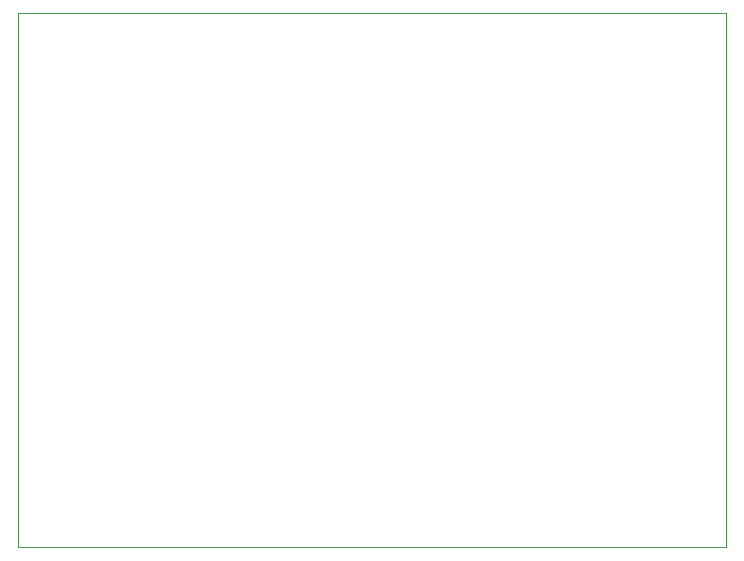
<source format=gbr>
%TF.GenerationSoftware,KiCad,Pcbnew,8.0.8*%
%TF.CreationDate,2025-02-03T11:58:04+00:00*%
%TF.ProjectId,FSC-BT1038B Barebones Breakout,4653432d-4254-4313-9033-384220426172,0.1*%
%TF.SameCoordinates,Original*%
%TF.FileFunction,Profile,NP*%
%FSLAX46Y46*%
G04 Gerber Fmt 4.6, Leading zero omitted, Abs format (unit mm)*
G04 Created by KiCad (PCBNEW 8.0.8) date 2025-02-03 11:58:04*
%MOMM*%
%LPD*%
G01*
G04 APERTURE LIST*
%TA.AperFunction,Profile*%
%ADD10C,0.050000*%
%TD*%
G04 APERTURE END LIST*
D10*
X201930000Y-59182000D02*
X141986000Y-59182000D01*
X141986000Y-104394000D02*
X201930000Y-104394000D01*
X201930000Y-104394000D02*
X201930000Y-59182000D01*
X141986000Y-59182000D02*
X141986000Y-104394000D01*
M02*

</source>
